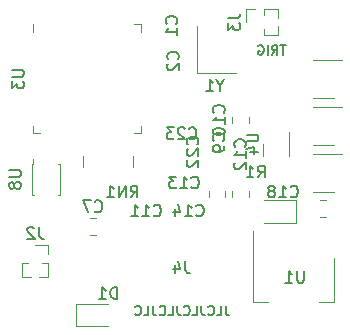
<source format=gbr>
%TF.GenerationSoftware,KiCad,Pcbnew,(5.1.6)-1*%
%TF.CreationDate,2021-01-25T15:06:37+00:00*%
%TF.ProjectId,OpenPnPVis,4f70656e-506e-4505-9669-732e6b696361,003*%
%TF.SameCoordinates,Original*%
%TF.FileFunction,Legend,Bot*%
%TF.FilePolarity,Positive*%
%FSLAX46Y46*%
G04 Gerber Fmt 4.6, Leading zero omitted, Abs format (unit mm)*
G04 Created by KiCad (PCBNEW (5.1.6)-1) date 2021-01-25 15:06:37*
%MOMM*%
%LPD*%
G01*
G04 APERTURE LIST*
%ADD10C,0.150000*%
%ADD11C,0.120000*%
G04 APERTURE END LIST*
D10*
X92745238Y-112011904D02*
X92745238Y-112583333D01*
X92783333Y-112697619D01*
X92859523Y-112773809D01*
X92973809Y-112811904D01*
X93050000Y-112811904D01*
X91983333Y-112811904D02*
X92364285Y-112811904D01*
X92364285Y-112011904D01*
X91259523Y-112735714D02*
X91297619Y-112773809D01*
X91411904Y-112811904D01*
X91488095Y-112811904D01*
X91602380Y-112773809D01*
X91678571Y-112697619D01*
X91716666Y-112621428D01*
X91754761Y-112469047D01*
X91754761Y-112354761D01*
X91716666Y-112202380D01*
X91678571Y-112126190D01*
X91602380Y-112050000D01*
X91488095Y-112011904D01*
X91411904Y-112011904D01*
X91297619Y-112050000D01*
X91259523Y-112088095D01*
X90688095Y-112011904D02*
X90688095Y-112583333D01*
X90726190Y-112697619D01*
X90802380Y-112773809D01*
X90916666Y-112811904D01*
X90992857Y-112811904D01*
X89926190Y-112811904D02*
X90307142Y-112811904D01*
X90307142Y-112011904D01*
X89202380Y-112735714D02*
X89240476Y-112773809D01*
X89354761Y-112811904D01*
X89430952Y-112811904D01*
X89545238Y-112773809D01*
X89621428Y-112697619D01*
X89659523Y-112621428D01*
X89697619Y-112469047D01*
X89697619Y-112354761D01*
X89659523Y-112202380D01*
X89621428Y-112126190D01*
X89545238Y-112050000D01*
X89430952Y-112011904D01*
X89354761Y-112011904D01*
X89240476Y-112050000D01*
X89202380Y-112088095D01*
X88630952Y-112011904D02*
X88630952Y-112583333D01*
X88669047Y-112697619D01*
X88745238Y-112773809D01*
X88859523Y-112811904D01*
X88935714Y-112811904D01*
X87869047Y-112811904D02*
X88250000Y-112811904D01*
X88250000Y-112011904D01*
X87145238Y-112735714D02*
X87183333Y-112773809D01*
X87297619Y-112811904D01*
X87373809Y-112811904D01*
X87488095Y-112773809D01*
X87564285Y-112697619D01*
X87602380Y-112621428D01*
X87640476Y-112469047D01*
X87640476Y-112354761D01*
X87602380Y-112202380D01*
X87564285Y-112126190D01*
X87488095Y-112050000D01*
X87373809Y-112011904D01*
X87297619Y-112011904D01*
X87183333Y-112050000D01*
X87145238Y-112088095D01*
X86573809Y-112011904D02*
X86573809Y-112583333D01*
X86611904Y-112697619D01*
X86688095Y-112773809D01*
X86802380Y-112811904D01*
X86878571Y-112811904D01*
X85811904Y-112811904D02*
X86192857Y-112811904D01*
X86192857Y-112011904D01*
X85088095Y-112735714D02*
X85126190Y-112773809D01*
X85240476Y-112811904D01*
X85316666Y-112811904D01*
X85430952Y-112773809D01*
X85507142Y-112697619D01*
X85545238Y-112621428D01*
X85583333Y-112469047D01*
X85583333Y-112354761D01*
X85545238Y-112202380D01*
X85507142Y-112126190D01*
X85430952Y-112050000D01*
X85316666Y-112011904D01*
X85240476Y-112011904D01*
X85126190Y-112050000D01*
X85088095Y-112088095D01*
X97819047Y-89961904D02*
X97361904Y-89961904D01*
X97590476Y-90761904D02*
X97590476Y-89961904D01*
X96638095Y-90761904D02*
X96904761Y-90380952D01*
X97095238Y-90761904D02*
X97095238Y-89961904D01*
X96790476Y-89961904D01*
X96714285Y-90000000D01*
X96676190Y-90038095D01*
X96638095Y-90114285D01*
X96638095Y-90228571D01*
X96676190Y-90304761D01*
X96714285Y-90342857D01*
X96790476Y-90380952D01*
X97095238Y-90380952D01*
X96295238Y-90761904D02*
X96295238Y-89961904D01*
X95495238Y-90000000D02*
X95571428Y-89961904D01*
X95685714Y-89961904D01*
X95800000Y-90000000D01*
X95876190Y-90076190D01*
X95914285Y-90152380D01*
X95952380Y-90304761D01*
X95952380Y-90419047D01*
X95914285Y-90571428D01*
X95876190Y-90647619D01*
X95800000Y-90723809D01*
X95685714Y-90761904D01*
X95609523Y-90761904D01*
X95495238Y-90723809D01*
X95457142Y-90685714D01*
X95457142Y-90419047D01*
X95609523Y-90419047D01*
D11*
%TO.C,U8*%
X78700000Y-100000000D02*
X78500000Y-100000000D01*
X76400000Y-100000000D02*
X76400000Y-99600000D01*
X76300000Y-100000000D02*
X76400000Y-100000000D01*
X76300000Y-102600000D02*
X76300000Y-100000000D01*
X76500000Y-102600000D02*
X76300000Y-102600000D01*
X78700000Y-102600000D02*
X78500000Y-102600000D01*
X78700000Y-100000000D02*
X78700000Y-102600000D01*
%TO.C,U4*%
X95890000Y-98300000D02*
X95890000Y-99300000D01*
X98110000Y-97300000D02*
X98110000Y-99300000D01*
%TO.C,J3*%
X94440000Y-86890000D02*
X94440000Y-88000000D01*
X95200000Y-86890000D02*
X94440000Y-86890000D01*
X95960000Y-88563471D02*
X95960000Y-89110000D01*
X95960000Y-86890000D02*
X95960000Y-87436529D01*
X95960000Y-89110000D02*
X97165000Y-89110000D01*
X95960000Y-86890000D02*
X97165000Y-86890000D01*
X97165000Y-88307530D02*
X97165000Y-89110000D01*
X97165000Y-86890000D02*
X97165000Y-87692470D01*
%TO.C,J2*%
X77710000Y-106840000D02*
X76600000Y-106840000D01*
X77710000Y-107600000D02*
X77710000Y-106840000D01*
X76036529Y-108360000D02*
X75490000Y-108360000D01*
X77710000Y-108360000D02*
X77163471Y-108360000D01*
X75490000Y-108360000D02*
X75490000Y-109565000D01*
X77710000Y-108360000D02*
X77710000Y-109565000D01*
X76292470Y-109565000D02*
X75490000Y-109565000D01*
X77710000Y-109565000D02*
X76907530Y-109565000D01*
%TO.C,C7*%
X81761252Y-104590000D02*
X81238748Y-104590000D01*
X81761252Y-106010000D02*
X81238748Y-106010000D01*
%TO.C,Y1*%
X93650000Y-92300000D02*
X90350000Y-92300000D01*
X90350000Y-92300000D02*
X90350000Y-88300000D01*
%TO.C,U10*%
X101900000Y-102410000D02*
X100100000Y-102410000D01*
X100100000Y-99190000D02*
X102550000Y-99190000D01*
%TO.C,U9*%
X101900000Y-98410000D02*
X100100000Y-98410000D01*
X100100000Y-95190000D02*
X102550000Y-95190000D01*
%TO.C,U7*%
X101900000Y-94410000D02*
X100100000Y-94410000D01*
X100100000Y-91190000D02*
X102550000Y-91190000D01*
%TO.C,U3*%
X76390000Y-96760000D02*
X76390000Y-97410000D01*
X76390000Y-97410000D02*
X77040000Y-97410000D01*
X85610000Y-88840000D02*
X85610000Y-88190000D01*
X85610000Y-88190000D02*
X84960000Y-88190000D01*
X85610000Y-96760000D02*
X85610000Y-97410000D01*
X85610000Y-97410000D02*
X84960000Y-97410000D01*
X76390000Y-88840000D02*
X76390000Y-88190000D01*
%TO.C,U1*%
X101910000Y-111710000D02*
X100650000Y-111710000D01*
X95090000Y-111710000D02*
X96350000Y-111710000D01*
X101910000Y-107950000D02*
X101910000Y-111710000D01*
X95090000Y-105700000D02*
X95090000Y-111710000D01*
%TO.C,RN1*%
X80630000Y-99300000D02*
X80630000Y-100300000D01*
X84870000Y-99300000D02*
X84870000Y-100300000D01*
%TO.C,D2*%
X98685000Y-105010000D02*
X96000000Y-105010000D01*
X98685000Y-103090000D02*
X98685000Y-105010000D01*
X96000000Y-103090000D02*
X98685000Y-103090000D01*
%TO.C,D1*%
X82750000Y-113760000D02*
X80065000Y-113760000D01*
X80065000Y-113760000D02*
X80065000Y-111840000D01*
X80065000Y-111840000D02*
X82750000Y-111840000D01*
%TO.C,C18*%
X101261252Y-103090000D02*
X100738748Y-103090000D01*
X101261252Y-104510000D02*
X100738748Y-104510000D01*
%TO.C,C14*%
X91290000Y-102288748D02*
X91290000Y-102811252D01*
X92710000Y-102288748D02*
X92710000Y-102811252D01*
%TO.C,C12*%
X93290000Y-102811252D02*
X93290000Y-102288748D01*
X94710000Y-102811252D02*
X94710000Y-102288748D01*
%TO.C,C10*%
X94710000Y-96561252D02*
X94710000Y-96038748D01*
X93290000Y-96561252D02*
X93290000Y-96038748D01*
%TO.C,U8*%
D10*
X74412380Y-100538095D02*
X75221904Y-100538095D01*
X75317142Y-100585714D01*
X75364761Y-100633333D01*
X75412380Y-100728571D01*
X75412380Y-100919047D01*
X75364761Y-101014285D01*
X75317142Y-101061904D01*
X75221904Y-101109523D01*
X74412380Y-101109523D01*
X74840952Y-101728571D02*
X74793333Y-101633333D01*
X74745714Y-101585714D01*
X74650476Y-101538095D01*
X74602857Y-101538095D01*
X74507619Y-101585714D01*
X74460000Y-101633333D01*
X74412380Y-101728571D01*
X74412380Y-101919047D01*
X74460000Y-102014285D01*
X74507619Y-102061904D01*
X74602857Y-102109523D01*
X74650476Y-102109523D01*
X74745714Y-102061904D01*
X74793333Y-102014285D01*
X74840952Y-101919047D01*
X74840952Y-101728571D01*
X74888571Y-101633333D01*
X74936190Y-101585714D01*
X75031428Y-101538095D01*
X75221904Y-101538095D01*
X75317142Y-101585714D01*
X75364761Y-101633333D01*
X75412380Y-101728571D01*
X75412380Y-101919047D01*
X75364761Y-102014285D01*
X75317142Y-102061904D01*
X75221904Y-102109523D01*
X75031428Y-102109523D01*
X74936190Y-102061904D01*
X74888571Y-102014285D01*
X74840952Y-101919047D01*
%TO.C,U4*%
X94502380Y-97538095D02*
X95311904Y-97538095D01*
X95407142Y-97585714D01*
X95454761Y-97633333D01*
X95502380Y-97728571D01*
X95502380Y-97919047D01*
X95454761Y-98014285D01*
X95407142Y-98061904D01*
X95311904Y-98109523D01*
X94502380Y-98109523D01*
X94835714Y-99014285D02*
X95502380Y-99014285D01*
X94454761Y-98776190D02*
X95169047Y-98538095D01*
X95169047Y-99157142D01*
%TO.C,J3*%
X92957380Y-87666666D02*
X93671666Y-87666666D01*
X93814523Y-87619047D01*
X93909761Y-87523809D01*
X93957380Y-87380952D01*
X93957380Y-87285714D01*
X92957380Y-88047619D02*
X92957380Y-88666666D01*
X93338333Y-88333333D01*
X93338333Y-88476190D01*
X93385952Y-88571428D01*
X93433571Y-88619047D01*
X93528809Y-88666666D01*
X93766904Y-88666666D01*
X93862142Y-88619047D01*
X93909761Y-88571428D01*
X93957380Y-88476190D01*
X93957380Y-88190476D01*
X93909761Y-88095238D01*
X93862142Y-88047619D01*
%TO.C,J2*%
X76933333Y-105357380D02*
X76933333Y-106071666D01*
X76980952Y-106214523D01*
X77076190Y-106309761D01*
X77219047Y-106357380D01*
X77314285Y-106357380D01*
X76504761Y-105452619D02*
X76457142Y-105405000D01*
X76361904Y-105357380D01*
X76123809Y-105357380D01*
X76028571Y-105405000D01*
X75980952Y-105452619D01*
X75933333Y-105547857D01*
X75933333Y-105643095D01*
X75980952Y-105785952D01*
X76552380Y-106357380D01*
X75933333Y-106357380D01*
%TO.C,R1*%
X95466666Y-101152380D02*
X95800000Y-100676190D01*
X96038095Y-101152380D02*
X96038095Y-100152380D01*
X95657142Y-100152380D01*
X95561904Y-100200000D01*
X95514285Y-100247619D01*
X95466666Y-100342857D01*
X95466666Y-100485714D01*
X95514285Y-100580952D01*
X95561904Y-100628571D01*
X95657142Y-100676190D01*
X96038095Y-100676190D01*
X94514285Y-101152380D02*
X95085714Y-101152380D01*
X94800000Y-101152380D02*
X94800000Y-100152380D01*
X94895238Y-100295238D01*
X94990476Y-100390476D01*
X95085714Y-100438095D01*
%TO.C,J4*%
X89333333Y-108252380D02*
X89333333Y-108966666D01*
X89380952Y-109109523D01*
X89476190Y-109204761D01*
X89619047Y-109252380D01*
X89714285Y-109252380D01*
X88428571Y-108585714D02*
X88428571Y-109252380D01*
X88666666Y-108204761D02*
X88904761Y-108919047D01*
X88285714Y-108919047D01*
%TO.C,C7*%
X81666666Y-104007142D02*
X81714285Y-104054761D01*
X81857142Y-104102380D01*
X81952380Y-104102380D01*
X82095238Y-104054761D01*
X82190476Y-103959523D01*
X82238095Y-103864285D01*
X82285714Y-103673809D01*
X82285714Y-103530952D01*
X82238095Y-103340476D01*
X82190476Y-103245238D01*
X82095238Y-103150000D01*
X81952380Y-103102380D01*
X81857142Y-103102380D01*
X81714285Y-103150000D01*
X81666666Y-103197619D01*
X81333333Y-103102380D02*
X80666666Y-103102380D01*
X81095238Y-104102380D01*
%TO.C,Y1*%
X92276190Y-93376190D02*
X92276190Y-93852380D01*
X92609523Y-92852380D02*
X92276190Y-93376190D01*
X91942857Y-92852380D01*
X91085714Y-93852380D02*
X91657142Y-93852380D01*
X91371428Y-93852380D02*
X91371428Y-92852380D01*
X91466666Y-92995238D01*
X91561904Y-93090476D01*
X91657142Y-93138095D01*
%TO.C,U3*%
X74652380Y-92038095D02*
X75461904Y-92038095D01*
X75557142Y-92085714D01*
X75604761Y-92133333D01*
X75652380Y-92228571D01*
X75652380Y-92419047D01*
X75604761Y-92514285D01*
X75557142Y-92561904D01*
X75461904Y-92609523D01*
X74652380Y-92609523D01*
X74652380Y-92990476D02*
X74652380Y-93609523D01*
X75033333Y-93276190D01*
X75033333Y-93419047D01*
X75080952Y-93514285D01*
X75128571Y-93561904D01*
X75223809Y-93609523D01*
X75461904Y-93609523D01*
X75557142Y-93561904D01*
X75604761Y-93514285D01*
X75652380Y-93419047D01*
X75652380Y-93133333D01*
X75604761Y-93038095D01*
X75557142Y-92990476D01*
%TO.C,U1*%
X99361904Y-109052380D02*
X99361904Y-109861904D01*
X99314285Y-109957142D01*
X99266666Y-110004761D01*
X99171428Y-110052380D01*
X98980952Y-110052380D01*
X98885714Y-110004761D01*
X98838095Y-109957142D01*
X98790476Y-109861904D01*
X98790476Y-109052380D01*
X97790476Y-110052380D02*
X98361904Y-110052380D01*
X98076190Y-110052380D02*
X98076190Y-109052380D01*
X98171428Y-109195238D01*
X98266666Y-109290476D01*
X98361904Y-109338095D01*
%TO.C,RN1*%
X84690476Y-102852380D02*
X85023809Y-102376190D01*
X85261904Y-102852380D02*
X85261904Y-101852380D01*
X84880952Y-101852380D01*
X84785714Y-101900000D01*
X84738095Y-101947619D01*
X84690476Y-102042857D01*
X84690476Y-102185714D01*
X84738095Y-102280952D01*
X84785714Y-102328571D01*
X84880952Y-102376190D01*
X85261904Y-102376190D01*
X84261904Y-102852380D02*
X84261904Y-101852380D01*
X83690476Y-102852380D01*
X83690476Y-101852380D01*
X82690476Y-102852380D02*
X83261904Y-102852380D01*
X82976190Y-102852380D02*
X82976190Y-101852380D01*
X83071428Y-101995238D01*
X83166666Y-102090476D01*
X83261904Y-102138095D01*
%TO.C,D1*%
X83538095Y-111452380D02*
X83538095Y-110452380D01*
X83300000Y-110452380D01*
X83157142Y-110500000D01*
X83061904Y-110595238D01*
X83014285Y-110690476D01*
X82966666Y-110880952D01*
X82966666Y-111023809D01*
X83014285Y-111214285D01*
X83061904Y-111309523D01*
X83157142Y-111404761D01*
X83300000Y-111452380D01*
X83538095Y-111452380D01*
X82014285Y-111452380D02*
X82585714Y-111452380D01*
X82300000Y-111452380D02*
X82300000Y-110452380D01*
X82395238Y-110595238D01*
X82490476Y-110690476D01*
X82585714Y-110738095D01*
%TO.C,C23*%
X89642857Y-97827142D02*
X89690476Y-97874761D01*
X89833333Y-97922380D01*
X89928571Y-97922380D01*
X90071428Y-97874761D01*
X90166666Y-97779523D01*
X90214285Y-97684285D01*
X90261904Y-97493809D01*
X90261904Y-97350952D01*
X90214285Y-97160476D01*
X90166666Y-97065238D01*
X90071428Y-96970000D01*
X89928571Y-96922380D01*
X89833333Y-96922380D01*
X89690476Y-96970000D01*
X89642857Y-97017619D01*
X89261904Y-97017619D02*
X89214285Y-96970000D01*
X89119047Y-96922380D01*
X88880952Y-96922380D01*
X88785714Y-96970000D01*
X88738095Y-97017619D01*
X88690476Y-97112857D01*
X88690476Y-97208095D01*
X88738095Y-97350952D01*
X89309523Y-97922380D01*
X88690476Y-97922380D01*
X88357142Y-96922380D02*
X87738095Y-96922380D01*
X88071428Y-97303333D01*
X87928571Y-97303333D01*
X87833333Y-97350952D01*
X87785714Y-97398571D01*
X87738095Y-97493809D01*
X87738095Y-97731904D01*
X87785714Y-97827142D01*
X87833333Y-97874761D01*
X87928571Y-97922380D01*
X88214285Y-97922380D01*
X88309523Y-97874761D01*
X88357142Y-97827142D01*
%TO.C,C22*%
X90327142Y-98357142D02*
X90374761Y-98309523D01*
X90422380Y-98166666D01*
X90422380Y-98071428D01*
X90374761Y-97928571D01*
X90279523Y-97833333D01*
X90184285Y-97785714D01*
X89993809Y-97738095D01*
X89850952Y-97738095D01*
X89660476Y-97785714D01*
X89565238Y-97833333D01*
X89470000Y-97928571D01*
X89422380Y-98071428D01*
X89422380Y-98166666D01*
X89470000Y-98309523D01*
X89517619Y-98357142D01*
X89517619Y-98738095D02*
X89470000Y-98785714D01*
X89422380Y-98880952D01*
X89422380Y-99119047D01*
X89470000Y-99214285D01*
X89517619Y-99261904D01*
X89612857Y-99309523D01*
X89708095Y-99309523D01*
X89850952Y-99261904D01*
X90422380Y-98690476D01*
X90422380Y-99309523D01*
X89517619Y-99690476D02*
X89470000Y-99738095D01*
X89422380Y-99833333D01*
X89422380Y-100071428D01*
X89470000Y-100166666D01*
X89517619Y-100214285D01*
X89612857Y-100261904D01*
X89708095Y-100261904D01*
X89850952Y-100214285D01*
X90422380Y-99642857D01*
X90422380Y-100261904D01*
%TO.C,C18*%
X98242857Y-102757142D02*
X98290476Y-102804761D01*
X98433333Y-102852380D01*
X98528571Y-102852380D01*
X98671428Y-102804761D01*
X98766666Y-102709523D01*
X98814285Y-102614285D01*
X98861904Y-102423809D01*
X98861904Y-102280952D01*
X98814285Y-102090476D01*
X98766666Y-101995238D01*
X98671428Y-101900000D01*
X98528571Y-101852380D01*
X98433333Y-101852380D01*
X98290476Y-101900000D01*
X98242857Y-101947619D01*
X97290476Y-102852380D02*
X97861904Y-102852380D01*
X97576190Y-102852380D02*
X97576190Y-101852380D01*
X97671428Y-101995238D01*
X97766666Y-102090476D01*
X97861904Y-102138095D01*
X96719047Y-102280952D02*
X96814285Y-102233333D01*
X96861904Y-102185714D01*
X96909523Y-102090476D01*
X96909523Y-102042857D01*
X96861904Y-101947619D01*
X96814285Y-101900000D01*
X96719047Y-101852380D01*
X96528571Y-101852380D01*
X96433333Y-101900000D01*
X96385714Y-101947619D01*
X96338095Y-102042857D01*
X96338095Y-102090476D01*
X96385714Y-102185714D01*
X96433333Y-102233333D01*
X96528571Y-102280952D01*
X96719047Y-102280952D01*
X96814285Y-102328571D01*
X96861904Y-102376190D01*
X96909523Y-102471428D01*
X96909523Y-102661904D01*
X96861904Y-102757142D01*
X96814285Y-102804761D01*
X96719047Y-102852380D01*
X96528571Y-102852380D01*
X96433333Y-102804761D01*
X96385714Y-102757142D01*
X96338095Y-102661904D01*
X96338095Y-102471428D01*
X96385714Y-102376190D01*
X96433333Y-102328571D01*
X96528571Y-102280952D01*
%TO.C,C14*%
X90242857Y-104357142D02*
X90290476Y-104404761D01*
X90433333Y-104452380D01*
X90528571Y-104452380D01*
X90671428Y-104404761D01*
X90766666Y-104309523D01*
X90814285Y-104214285D01*
X90861904Y-104023809D01*
X90861904Y-103880952D01*
X90814285Y-103690476D01*
X90766666Y-103595238D01*
X90671428Y-103500000D01*
X90528571Y-103452380D01*
X90433333Y-103452380D01*
X90290476Y-103500000D01*
X90242857Y-103547619D01*
X89290476Y-104452380D02*
X89861904Y-104452380D01*
X89576190Y-104452380D02*
X89576190Y-103452380D01*
X89671428Y-103595238D01*
X89766666Y-103690476D01*
X89861904Y-103738095D01*
X88433333Y-103785714D02*
X88433333Y-104452380D01*
X88671428Y-103404761D02*
X88909523Y-104119047D01*
X88290476Y-104119047D01*
%TO.C,C13*%
X89842857Y-101987142D02*
X89890476Y-102034761D01*
X90033333Y-102082380D01*
X90128571Y-102082380D01*
X90271428Y-102034761D01*
X90366666Y-101939523D01*
X90414285Y-101844285D01*
X90461904Y-101653809D01*
X90461904Y-101510952D01*
X90414285Y-101320476D01*
X90366666Y-101225238D01*
X90271428Y-101130000D01*
X90128571Y-101082380D01*
X90033333Y-101082380D01*
X89890476Y-101130000D01*
X89842857Y-101177619D01*
X88890476Y-102082380D02*
X89461904Y-102082380D01*
X89176190Y-102082380D02*
X89176190Y-101082380D01*
X89271428Y-101225238D01*
X89366666Y-101320476D01*
X89461904Y-101368095D01*
X88557142Y-101082380D02*
X87938095Y-101082380D01*
X88271428Y-101463333D01*
X88128571Y-101463333D01*
X88033333Y-101510952D01*
X87985714Y-101558571D01*
X87938095Y-101653809D01*
X87938095Y-101891904D01*
X87985714Y-101987142D01*
X88033333Y-102034761D01*
X88128571Y-102082380D01*
X88414285Y-102082380D01*
X88509523Y-102034761D01*
X88557142Y-101987142D01*
%TO.C,C12*%
X94357142Y-98557142D02*
X94404761Y-98509523D01*
X94452380Y-98366666D01*
X94452380Y-98271428D01*
X94404761Y-98128571D01*
X94309523Y-98033333D01*
X94214285Y-97985714D01*
X94023809Y-97938095D01*
X93880952Y-97938095D01*
X93690476Y-97985714D01*
X93595238Y-98033333D01*
X93500000Y-98128571D01*
X93452380Y-98271428D01*
X93452380Y-98366666D01*
X93500000Y-98509523D01*
X93547619Y-98557142D01*
X94452380Y-99509523D02*
X94452380Y-98938095D01*
X94452380Y-99223809D02*
X93452380Y-99223809D01*
X93595238Y-99128571D01*
X93690476Y-99033333D01*
X93738095Y-98938095D01*
X93547619Y-99890476D02*
X93500000Y-99938095D01*
X93452380Y-100033333D01*
X93452380Y-100271428D01*
X93500000Y-100366666D01*
X93547619Y-100414285D01*
X93642857Y-100461904D01*
X93738095Y-100461904D01*
X93880952Y-100414285D01*
X94452380Y-99842857D01*
X94452380Y-100461904D01*
%TO.C,C11*%
X86642857Y-104357142D02*
X86690476Y-104404761D01*
X86833333Y-104452380D01*
X86928571Y-104452380D01*
X87071428Y-104404761D01*
X87166666Y-104309523D01*
X87214285Y-104214285D01*
X87261904Y-104023809D01*
X87261904Y-103880952D01*
X87214285Y-103690476D01*
X87166666Y-103595238D01*
X87071428Y-103500000D01*
X86928571Y-103452380D01*
X86833333Y-103452380D01*
X86690476Y-103500000D01*
X86642857Y-103547619D01*
X85690476Y-104452380D02*
X86261904Y-104452380D01*
X85976190Y-104452380D02*
X85976190Y-103452380D01*
X86071428Y-103595238D01*
X86166666Y-103690476D01*
X86261904Y-103738095D01*
X84738095Y-104452380D02*
X85309523Y-104452380D01*
X85023809Y-104452380D02*
X85023809Y-103452380D01*
X85119047Y-103595238D01*
X85214285Y-103690476D01*
X85309523Y-103738095D01*
%TO.C,C10*%
X92557142Y-95657142D02*
X92604761Y-95609523D01*
X92652380Y-95466666D01*
X92652380Y-95371428D01*
X92604761Y-95228571D01*
X92509523Y-95133333D01*
X92414285Y-95085714D01*
X92223809Y-95038095D01*
X92080952Y-95038095D01*
X91890476Y-95085714D01*
X91795238Y-95133333D01*
X91700000Y-95228571D01*
X91652380Y-95371428D01*
X91652380Y-95466666D01*
X91700000Y-95609523D01*
X91747619Y-95657142D01*
X92652380Y-96609523D02*
X92652380Y-96038095D01*
X92652380Y-96323809D02*
X91652380Y-96323809D01*
X91795238Y-96228571D01*
X91890476Y-96133333D01*
X91938095Y-96038095D01*
X91652380Y-97228571D02*
X91652380Y-97323809D01*
X91700000Y-97419047D01*
X91747619Y-97466666D01*
X91842857Y-97514285D01*
X92033333Y-97561904D01*
X92271428Y-97561904D01*
X92461904Y-97514285D01*
X92557142Y-97466666D01*
X92604761Y-97419047D01*
X92652380Y-97323809D01*
X92652380Y-97228571D01*
X92604761Y-97133333D01*
X92557142Y-97085714D01*
X92461904Y-97038095D01*
X92271428Y-96990476D01*
X92033333Y-96990476D01*
X91842857Y-97038095D01*
X91747619Y-97085714D01*
X91700000Y-97133333D01*
X91652380Y-97228571D01*
%TO.C,C9*%
X92527142Y-98033333D02*
X92574761Y-97985714D01*
X92622380Y-97842857D01*
X92622380Y-97747619D01*
X92574761Y-97604761D01*
X92479523Y-97509523D01*
X92384285Y-97461904D01*
X92193809Y-97414285D01*
X92050952Y-97414285D01*
X91860476Y-97461904D01*
X91765238Y-97509523D01*
X91670000Y-97604761D01*
X91622380Y-97747619D01*
X91622380Y-97842857D01*
X91670000Y-97985714D01*
X91717619Y-98033333D01*
X92622380Y-98509523D02*
X92622380Y-98700000D01*
X92574761Y-98795238D01*
X92527142Y-98842857D01*
X92384285Y-98938095D01*
X92193809Y-98985714D01*
X91812857Y-98985714D01*
X91717619Y-98938095D01*
X91670000Y-98890476D01*
X91622380Y-98795238D01*
X91622380Y-98604761D01*
X91670000Y-98509523D01*
X91717619Y-98461904D01*
X91812857Y-98414285D01*
X92050952Y-98414285D01*
X92146190Y-98461904D01*
X92193809Y-98509523D01*
X92241428Y-98604761D01*
X92241428Y-98795238D01*
X92193809Y-98890476D01*
X92146190Y-98938095D01*
X92050952Y-98985714D01*
%TO.C,C2*%
X88687142Y-91133333D02*
X88734761Y-91085714D01*
X88782380Y-90942857D01*
X88782380Y-90847619D01*
X88734761Y-90704761D01*
X88639523Y-90609523D01*
X88544285Y-90561904D01*
X88353809Y-90514285D01*
X88210952Y-90514285D01*
X88020476Y-90561904D01*
X87925238Y-90609523D01*
X87830000Y-90704761D01*
X87782380Y-90847619D01*
X87782380Y-90942857D01*
X87830000Y-91085714D01*
X87877619Y-91133333D01*
X87877619Y-91514285D02*
X87830000Y-91561904D01*
X87782380Y-91657142D01*
X87782380Y-91895238D01*
X87830000Y-91990476D01*
X87877619Y-92038095D01*
X87972857Y-92085714D01*
X88068095Y-92085714D01*
X88210952Y-92038095D01*
X88782380Y-91466666D01*
X88782380Y-92085714D01*
%TO.C,C1*%
X88557142Y-88133333D02*
X88604761Y-88085714D01*
X88652380Y-87942857D01*
X88652380Y-87847619D01*
X88604761Y-87704761D01*
X88509523Y-87609523D01*
X88414285Y-87561904D01*
X88223809Y-87514285D01*
X88080952Y-87514285D01*
X87890476Y-87561904D01*
X87795238Y-87609523D01*
X87700000Y-87704761D01*
X87652380Y-87847619D01*
X87652380Y-87942857D01*
X87700000Y-88085714D01*
X87747619Y-88133333D01*
X88652380Y-89085714D02*
X88652380Y-88514285D01*
X88652380Y-88800000D02*
X87652380Y-88800000D01*
X87795238Y-88704761D01*
X87890476Y-88609523D01*
X87938095Y-88514285D01*
%TD*%
M02*

</source>
